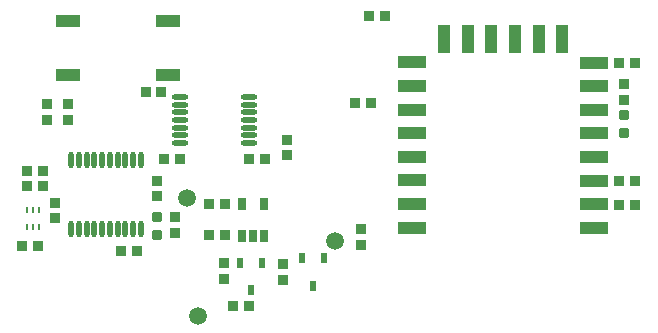
<source format=gbr>
%TF.GenerationSoftware,Altium Limited,Altium Designer,20.1.8 (145)*%
G04 Layer_Color=24703*
%FSLAX45Y45*%
%MOMM*%
%TF.SameCoordinates,98D083CD-8668-4ABA-A521-F4C8EB5CE2D3*%
%TF.FilePolarity,Positive*%
%TF.FileFunction,Paste,Top*%
%TF.Part,Single*%
G01*
G75*
%TA.AperFunction,SMDPad,CuDef*%
G04:AMPARAMS|DCode=10|XSize=0.85mm|YSize=0.85mm|CornerRadius=0.0425mm|HoleSize=0mm|Usage=FLASHONLY|Rotation=270.000|XOffset=0mm|YOffset=0mm|HoleType=Round|Shape=RoundedRectangle|*
%AMROUNDEDRECTD10*
21,1,0.85000,0.76500,0,0,270.0*
21,1,0.76500,0.85000,0,0,270.0*
1,1,0.08500,-0.38250,-0.38250*
1,1,0.08500,-0.38250,0.38250*
1,1,0.08500,0.38250,0.38250*
1,1,0.08500,0.38250,-0.38250*
%
%ADD10ROUNDEDRECTD10*%
%ADD11C,1.50000*%
%ADD12O,0.45000X1.40000*%
%ADD13O,1.40000X0.45000*%
G04:AMPARAMS|DCode=14|XSize=0.55mm|YSize=0.9mm|CornerRadius=0.0275mm|HoleSize=0mm|Usage=FLASHONLY|Rotation=0.000|XOffset=0mm|YOffset=0mm|HoleType=Round|Shape=RoundedRectangle|*
%AMROUNDEDRECTD14*
21,1,0.55000,0.84500,0,0,0.0*
21,1,0.49500,0.90000,0,0,0.0*
1,1,0.05500,0.24750,-0.42250*
1,1,0.05500,-0.24750,-0.42250*
1,1,0.05500,-0.24750,0.42250*
1,1,0.05500,0.24750,0.42250*
%
%ADD14ROUNDEDRECTD14*%
G04:AMPARAMS|DCode=15|XSize=0.8mm|YSize=0.8mm|CornerRadius=0.04mm|HoleSize=0mm|Usage=FLASHONLY|Rotation=0.000|XOffset=0mm|YOffset=0mm|HoleType=Round|Shape=RoundedRectangle|*
%AMROUNDEDRECTD15*
21,1,0.80000,0.72000,0,0,0.0*
21,1,0.72000,0.80000,0,0,0.0*
1,1,0.08000,0.36000,-0.36000*
1,1,0.08000,-0.36000,-0.36000*
1,1,0.08000,-0.36000,0.36000*
1,1,0.08000,0.36000,0.36000*
%
%ADD15ROUNDEDRECTD15*%
%TA.AperFunction,ConnectorPad*%
G04:AMPARAMS|DCode=16|XSize=1.1mm|YSize=2.3mm|CornerRadius=0.0055mm|HoleSize=0mm|Usage=FLASHONLY|Rotation=270.000|XOffset=0mm|YOffset=0mm|HoleType=Round|Shape=RoundedRectangle|*
%AMROUNDEDRECTD16*
21,1,1.10000,2.28900,0,0,270.0*
21,1,1.08900,2.30000,0,0,270.0*
1,1,0.01100,-1.14450,-0.54450*
1,1,0.01100,-1.14450,0.54450*
1,1,0.01100,1.14450,0.54450*
1,1,0.01100,1.14450,-0.54450*
%
%ADD16ROUNDEDRECTD16*%
G04:AMPARAMS|DCode=17|XSize=1.1mm|YSize=2.3mm|CornerRadius=0.0055mm|HoleSize=0mm|Usage=FLASHONLY|Rotation=0.000|XOffset=0mm|YOffset=0mm|HoleType=Round|Shape=RoundedRectangle|*
%AMROUNDEDRECTD17*
21,1,1.10000,2.28900,0,0,0.0*
21,1,1.08900,2.30000,0,0,0.0*
1,1,0.01100,0.54450,-1.14450*
1,1,0.01100,-0.54450,-1.14450*
1,1,0.01100,-0.54450,1.14450*
1,1,0.01100,0.54450,1.14450*
%
%ADD17ROUNDEDRECTD17*%
%TA.AperFunction,SMDPad,CuDef*%
G04:AMPARAMS|DCode=18|XSize=0.85mm|YSize=0.85mm|CornerRadius=0.0425mm|HoleSize=0mm|Usage=FLASHONLY|Rotation=0.000|XOffset=0mm|YOffset=0mm|HoleType=Round|Shape=RoundedRectangle|*
%AMROUNDEDRECTD18*
21,1,0.85000,0.76500,0,0,0.0*
21,1,0.76500,0.85000,0,0,0.0*
1,1,0.08500,0.38250,-0.38250*
1,1,0.08500,-0.38250,-0.38250*
1,1,0.08500,-0.38250,0.38250*
1,1,0.08500,0.38250,0.38250*
%
%ADD18ROUNDEDRECTD18*%
G04:AMPARAMS|DCode=19|XSize=0.85mm|YSize=0.9mm|CornerRadius=0.0425mm|HoleSize=0mm|Usage=FLASHONLY|Rotation=90.000|XOffset=0mm|YOffset=0mm|HoleType=Round|Shape=RoundedRectangle|*
%AMROUNDEDRECTD19*
21,1,0.85000,0.81500,0,0,90.0*
21,1,0.76500,0.90000,0,0,90.0*
1,1,0.08500,0.40750,0.38250*
1,1,0.08500,0.40750,-0.38250*
1,1,0.08500,-0.40750,-0.38250*
1,1,0.08500,-0.40750,0.38250*
%
%ADD19ROUNDEDRECTD19*%
G04:AMPARAMS|DCode=20|XSize=0.85mm|YSize=0.9mm|CornerRadius=0.0425mm|HoleSize=0mm|Usage=FLASHONLY|Rotation=180.000|XOffset=0mm|YOffset=0mm|HoleType=Round|Shape=RoundedRectangle|*
%AMROUNDEDRECTD20*
21,1,0.85000,0.81500,0,0,180.0*
21,1,0.76500,0.90000,0,0,180.0*
1,1,0.08500,-0.38250,0.40750*
1,1,0.08500,0.38250,0.40750*
1,1,0.08500,0.38250,-0.40750*
1,1,0.08500,-0.38250,-0.40750*
%
%ADD20ROUNDEDRECTD20*%
G04:AMPARAMS|DCode=21|XSize=2.1mm|YSize=1mm|CornerRadius=0.05mm|HoleSize=0mm|Usage=FLASHONLY|Rotation=180.000|XOffset=0mm|YOffset=0mm|HoleType=Round|Shape=RoundedRectangle|*
%AMROUNDEDRECTD21*
21,1,2.10000,0.90000,0,0,180.0*
21,1,2.00000,1.00000,0,0,180.0*
1,1,0.10000,-1.00000,0.45000*
1,1,0.10000,1.00000,0.45000*
1,1,0.10000,1.00000,-0.45000*
1,1,0.10000,-1.00000,-0.45000*
%
%ADD21ROUNDEDRECTD21*%
G04:AMPARAMS|DCode=22|XSize=0.6mm|YSize=1.05mm|CornerRadius=0.03mm|HoleSize=0mm|Usage=FLASHONLY|Rotation=180.000|XOffset=0mm|YOffset=0mm|HoleType=Round|Shape=RoundedRectangle|*
%AMROUNDEDRECTD22*
21,1,0.60000,0.99000,0,0,180.0*
21,1,0.54000,1.05000,0,0,180.0*
1,1,0.06000,-0.27000,0.49500*
1,1,0.06000,0.27000,0.49500*
1,1,0.06000,0.27000,-0.49500*
1,1,0.06000,-0.27000,-0.49500*
%
%ADD22ROUNDEDRECTD22*%
G04:AMPARAMS|DCode=23|XSize=0.25mm|YSize=0.55mm|CornerRadius=0.0125mm|HoleSize=0mm|Usage=FLASHONLY|Rotation=0.000|XOffset=0mm|YOffset=0mm|HoleType=Round|Shape=RoundedRectangle|*
%AMROUNDEDRECTD23*
21,1,0.25000,0.52500,0,0,0.0*
21,1,0.22500,0.55000,0,0,0.0*
1,1,0.02500,0.11250,-0.26250*
1,1,0.02500,-0.11250,-0.26250*
1,1,0.02500,-0.11250,0.26250*
1,1,0.02500,0.11250,0.26250*
%
%ADD23ROUNDEDRECTD23*%
D10*
X1366520Y2025857D02*
D03*
X1236520D02*
D03*
X5376709Y1074350D02*
D03*
X5246709D02*
D03*
X5376709Y1277409D02*
D03*
X5246709D02*
D03*
X231948Y1229360D02*
D03*
X361948D02*
D03*
X191540Y723900D02*
D03*
X321540D02*
D03*
X361947Y1359005D02*
D03*
X231947D02*
D03*
X3140303Y1934099D02*
D03*
X3010303D02*
D03*
D11*
X1673860Y129540D02*
D03*
X1585476Y1130150D02*
D03*
X2840787Y766400D02*
D03*
D12*
X1191580Y1453300D02*
D03*
X1126580D02*
D03*
X1061580D02*
D03*
X996580D02*
D03*
X931580D02*
D03*
X866580D02*
D03*
X801580D02*
D03*
X736580D02*
D03*
X671580D02*
D03*
X606580D02*
D03*
X1191580Y868300D02*
D03*
X1126580D02*
D03*
X1061580D02*
D03*
X996580D02*
D03*
X931580D02*
D03*
X866580D02*
D03*
X801580D02*
D03*
X736580D02*
D03*
X671580D02*
D03*
X606580D02*
D03*
D13*
X1522800Y1985000D02*
D03*
Y1920000D02*
D03*
Y1855000D02*
D03*
Y1790000D02*
D03*
Y1725000D02*
D03*
Y1660000D02*
D03*
Y1595000D02*
D03*
X2112800Y1985000D02*
D03*
Y1920000D02*
D03*
Y1855000D02*
D03*
Y1790000D02*
D03*
Y1725000D02*
D03*
Y1660000D02*
D03*
Y1595000D02*
D03*
D14*
X2651760Y388340D02*
D03*
X2556760Y618340D02*
D03*
X2746760D02*
D03*
X2127800Y350321D02*
D03*
X2032800Y580321D02*
D03*
X2222800D02*
D03*
D15*
X1331300Y967500D02*
D03*
Y817500D02*
D03*
X5288280Y1831480D02*
D03*
Y1681480D02*
D03*
D16*
X5031016Y878629D02*
D03*
Y2074969D02*
D03*
X3488916Y2278169D02*
D03*
X5031016Y1076749D02*
D03*
Y1277409D02*
D03*
Y1475529D02*
D03*
Y1678729D02*
D03*
Y1876849D02*
D03*
Y2275629D02*
D03*
X3488916Y2077509D02*
D03*
Y1879389D02*
D03*
X3491456Y1678729D02*
D03*
Y1478069D02*
D03*
Y1279949D02*
D03*
Y1076749D02*
D03*
Y878629D02*
D03*
D17*
X4761616Y2473909D02*
D03*
X4563496D02*
D03*
X4365376D02*
D03*
X4162176D02*
D03*
X3964056D02*
D03*
X3760856D02*
D03*
D18*
X2397761Y437860D02*
D03*
Y567860D02*
D03*
X1331300Y1274675D02*
D03*
Y1144675D02*
D03*
X3058160Y864060D02*
D03*
Y734060D02*
D03*
X401320Y1924280D02*
D03*
Y1794280D02*
D03*
X573440Y1924280D02*
D03*
Y1794280D02*
D03*
X1480820Y967500D02*
D03*
Y837500D02*
D03*
X469900Y1089772D02*
D03*
Y959772D02*
D03*
X2430780Y1625600D02*
D03*
Y1495600D02*
D03*
X5288280Y1963420D02*
D03*
Y2093420D02*
D03*
D19*
X1158880Y677553D02*
D03*
X1023880D02*
D03*
X2107680Y218440D02*
D03*
X1972680D02*
D03*
X1906220Y819841D02*
D03*
X1771220D02*
D03*
X1906220Y1079840D02*
D03*
X1771220D02*
D03*
X5246709Y2275737D02*
D03*
X5381709D02*
D03*
X2114050Y1457960D02*
D03*
X2249050D02*
D03*
X3259700Y2669540D02*
D03*
X3124700D02*
D03*
X1522800Y1457960D02*
D03*
X1387800D02*
D03*
D20*
X1898600Y580321D02*
D03*
Y445321D02*
D03*
D21*
X1420000Y2175000D02*
D03*
X580000D02*
D03*
X1420000Y2625000D02*
D03*
X580000D02*
D03*
D22*
X2047800Y809840D02*
D03*
X2142800D02*
D03*
X2237800D02*
D03*
Y1079840D02*
D03*
X2047800D02*
D03*
D23*
X331948Y1028572D02*
D03*
X281948D02*
D03*
X231948D02*
D03*
Y883572D02*
D03*
X281948D02*
D03*
X331948D02*
D03*
%TF.MD5,017a08fed24c5ff485a6130bc33c3654*%
M02*

</source>
